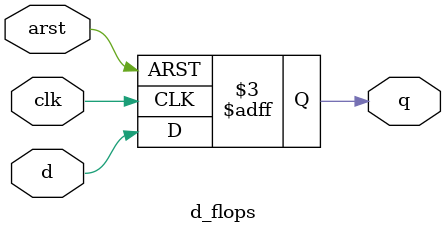
<source format=v>
`timescale 1ns / 1ps


module d_flops(
    input d,clk,arst,
    output reg q
    );
    always @(posedge clk, posedge arst)
    begin
        if(arst==1)
            q <= 1'b0;
            else q <= d;
            
    end
    
endmodule

</source>
